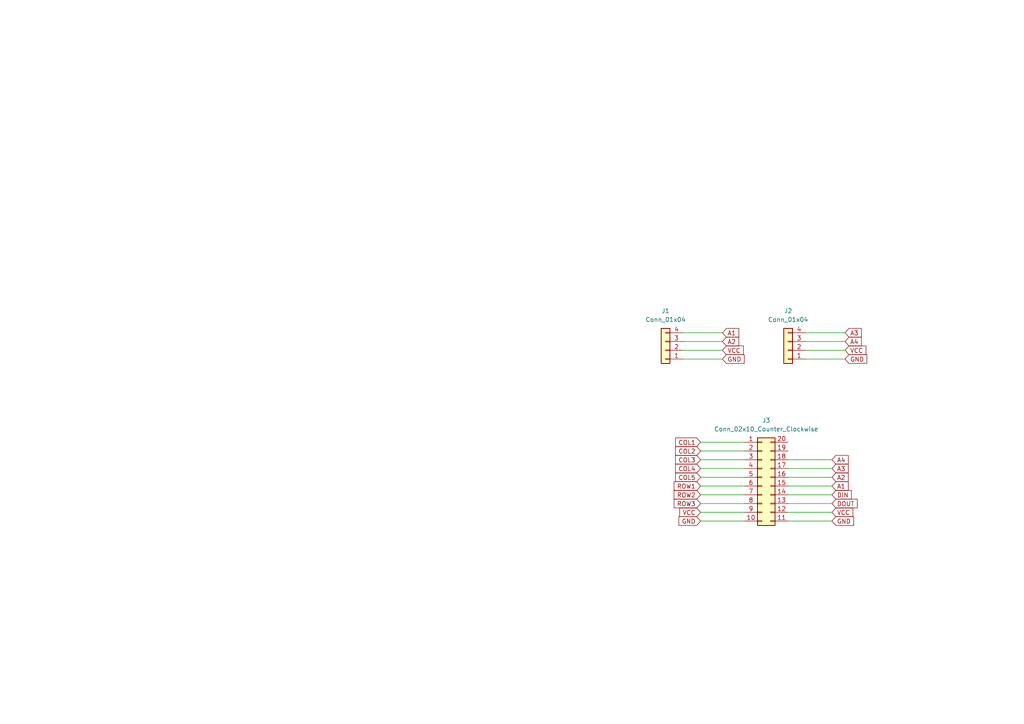
<source format=kicad_sch>
(kicad_sch (version 20250114) (generator "eeschema") (generator_version "9.0")
  (paper "A4")
  (lib_symbols
    (symbol "Connector_Generic:Conn_01x04" (pin_names (offset 1.016) (hide yes))
      (property "Reference" "J" (at 0 5.08 0))
      (property "Value" "Conn_01x04" (at 0 -7.62 0))
      (symbol "Conn_01x04_1_1"
        (rectangle (start -1.27 3.81) (end 1.27 -6.35) (stroke (width 0.254)) (fill (type background)))
        (rectangle (start -1.27 2.667) (end 0 2.413) (stroke (width 0.1524)))
        (rectangle (start -1.27 0.127) (end 0 -0.127) (stroke (width 0.1524)))
        (rectangle (start -1.27 -2.413) (end 0 -2.667) (stroke (width 0.1524)))
        (rectangle (start -1.27 -4.953) (end 0 -5.207) (stroke (width 0.1524)))
        (pin passive line (at -5.08 2.54 0) (length 3.81) (name "Pin_1") (number "1"))
        (pin passive line (at -5.08 0 0) (length 3.81) (name "Pin_2") (number "2"))
        (pin passive line (at -5.08 -2.54 0) (length 3.81) (name "Pin_3") (number "3"))
        (pin passive line (at -5.08 -5.08 0) (length 3.81) (name "Pin_4") (number "4"))
      )
    )
    (symbol "Connector_Generic:Conn_02x10_Counter_Clockwise" (pin_names (offset 1.016) (hide yes))
      (property "Reference" "J" (at 1.27 12.7 0))
      (property "Value" "Conn_02x10_Counter_Clockwise" (at 1.27 -15.24 0))
      (symbol "Conn_02x10_Counter_Clockwise_1_1"
        (rectangle (start -1.27 11.43) (end 3.81 -13.97) (stroke (width 0.254)) (fill (type background)))
        (rectangle (start -1.27 10.287) (end 0 10.033) (stroke (width 0.1524)))
        (rectangle (start -1.27 7.747) (end 0 7.493) (stroke (width 0.1524)))
        (rectangle (start -1.27 5.207) (end 0 4.953) (stroke (width 0.1524)))
        (rectangle (start -1.27 2.667) (end 0 2.413) (stroke (width 0.1524)))
        (rectangle (start -1.27 0.127) (end 0 -0.127) (stroke (width 0.1524)))
        (rectangle (start -1.27 -2.413) (end 0 -2.667) (stroke (width 0.1524)))
        (rectangle (start -1.27 -4.953) (end 0 -5.207) (stroke (width 0.1524)))
        (rectangle (start -1.27 -7.493) (end 0 -7.747) (stroke (width 0.1524)))
        (rectangle (start -1.27 -10.033) (end 0 -10.287) (stroke (width 0.1524)))
        (rectangle (start -1.27 -12.573) (end 0 -12.827) (stroke (width 0.1524)))
        (rectangle (start 3.81 10.287) (end 2.54 10.033) (stroke (width 0.1524)))
        (rectangle (start 3.81 7.747) (end 2.54 7.493) (stroke (width 0.1524)))
        (rectangle (start 3.81 5.207) (end 2.54 4.953) (stroke (width 0.1524)))
        (rectangle (start 3.81 2.667) (end 2.54 2.413) (stroke (width 0.1524)))
        (rectangle (start 3.81 0.127) (end 2.54 -0.127) (stroke (width 0.1524)))
        (rectangle (start 3.81 -2.413) (end 2.54 -2.667) (stroke (width 0.1524)))
        (rectangle (start 3.81 -4.953) (end 2.54 -5.207) (stroke (width 0.1524)))
        (rectangle (start 3.81 -7.493) (end 2.54 -7.747) (stroke (width 0.1524)))
        (rectangle (start 3.81 -10.033) (end 2.54 -10.287) (stroke (width 0.1524)))
        (rectangle (start 3.81 -12.573) (end 2.54 -12.827) (stroke (width 0.1524)))
        (pin passive line (at -5.08 10.16 0) (length 3.81) (name "Pin_1") (number "1"))
        (pin passive line (at -5.08 7.62 0) (length 3.81) (name "Pin_2") (number "2"))
        (pin passive line (at -5.08 5.08 0) (length 3.81) (name "Pin_3") (number "3"))
        (pin passive line (at -5.08 2.54 0) (length 3.81) (name "Pin_4") (number "4"))
        (pin passive line (at -5.08 0 0) (length 3.81) (name "Pin_5") (number "5"))
        (pin passive line (at -5.08 -2.54 0) (length 3.81) (name "Pin_6") (number "6"))
        (pin passive line (at -5.08 -5.08 0) (length 3.81) (name "Pin_7") (number "7"))
        (pin passive line (at -5.08 -7.62 0) (length 3.81) (name "Pin_8") (number "8"))
        (pin passive line (at -5.08 -10.16 0) (length 3.81) (name "Pin_9") (number "9"))
        (pin passive line (at -5.08 -12.7 0) (length 3.81) (name "Pin_10") (number "10"))
        (pin passive line (at 7.62 10.16 180) (length 3.81) (name "Pin_20") (number "20"))
        (pin passive line (at 7.62 7.62 180) (length 3.81) (name "Pin_19") (number "19"))
        (pin passive line (at 7.62 5.08 180) (length 3.81) (name "Pin_18") (number "18"))
        (pin passive line (at 7.62 2.54 180) (length 3.81) (name "Pin_17") (number "17"))
        (pin passive line (at 7.62 0 180) (length 3.81) (name "Pin_16") (number "16"))
        (pin passive line (at 7.62 -2.54 180) (length 3.81) (name "Pin_15") (number "15"))
        (pin passive line (at 7.62 -5.08 180) (length 3.81) (name "Pin_14") (number "14"))
        (pin passive line (at 7.62 -7.62 180) (length 3.81) (name "Pin_13") (number "13"))
        (pin passive line (at 7.62 -10.16 180) (length 3.81) (name "Pin_12") (number "12"))
        (pin passive line (at 7.62 -12.7 180) (length 3.81) (name "Pin_11") (number "11"))
      )
    )
  )
  (wire (pts (xy 198.12 96.52) (xy 209.55 96.52)))
  (wire (pts (xy 228.6 148.59) (xy 241.3 148.59)))
  (wire (pts (xy 228.6 146.05) (xy 241.3 146.05)))
  (wire (pts (xy 203.2 143.51) (xy 215.9 143.51)))
  (wire (pts (xy 233.68 104.14) (xy 245.11 104.14)))
  (wire (pts (xy 203.2 140.97) (xy 215.9 140.97)))
  (wire (pts (xy 233.68 101.6) (xy 245.11 101.6)))
  (wire (pts (xy 203.2 151.13) (xy 215.9 151.13)))
  (wire (pts (xy 228.6 135.89) (xy 241.3 135.89)))
  (wire (pts (xy 228.6 140.97) (xy 241.3 140.97)))
  (wire (pts (xy 228.6 151.13) (xy 241.3 151.13)))
  (wire (pts (xy 233.68 96.52) (xy 245.11 96.52)))
  (wire (pts (xy 228.6 143.51) (xy 241.3 143.51)))
  (wire (pts (xy 203.2 138.43) (xy 215.9 138.43)))
  (wire (pts (xy 228.6 138.43) (xy 241.3 138.43)))
  (wire (pts (xy 203.2 146.05) (xy 215.9 146.05)))
  (wire (pts (xy 203.2 128.27) (xy 215.9 128.27)))
  (wire (pts (xy 198.12 101.6) (xy 209.55 101.6)))
  (wire (pts (xy 203.2 135.89) (xy 215.9 135.89)))
  (wire (pts (xy 198.12 104.14) (xy 209.55 104.14)))
  (wire (pts (xy 203.2 148.59) (xy 215.9 148.59)))
  (wire (pts (xy 198.12 99.06) (xy 209.55 99.06)))
  (wire (pts (xy 233.68 99.06) (xy 245.11 99.06)))
  (wire (pts (xy 203.2 133.35) (xy 215.9 133.35)))
  (wire (pts (xy 228.6 133.35) (xy 241.3 133.35)))
  (wire (pts (xy 203.2 130.81) (xy 215.9 130.81)))
  (global_label "VCC" (shape input) (at 245.11 101.6 0) (property "Intersheetrefs" "${INTERSHEET_REFS}" (effects (hide yes))))
  (global_label "GND" (shape input) (at 203.2 151.13 180) (property "Intersheetrefs" "${INTERSHEET_REFS}" (effects (hide yes))))
  (global_label "A2" (shape input) (at 209.55 99.06 0) (property "Intersheetrefs" "${INTERSHEET_REFS}" (effects (hide yes))))
  (global_label "A4" (shape input) (at 245.11 99.06 0) (property "Intersheetrefs" "${INTERSHEET_REFS}" (effects (hide yes))))
  (global_label "ROW2" (shape input) (at 203.2 143.51 180) (property "Intersheetrefs" "${INTERSHEET_REFS}" (effects (hide yes))))
  (global_label "A1" (shape input) (at 241.3 140.97 0) (property "Intersheetrefs" "${INTERSHEET_REFS}" (effects (hide yes))))
  (global_label "VCC" (shape input) (at 203.2 148.59 180) (property "Intersheetrefs" "${INTERSHEET_REFS}" (effects (hide yes))))
  (global_label "COL1" (shape input) (at 203.2 128.27 180) (property "Intersheetrefs" "${INTERSHEET_REFS}" (effects (hide yes))))
  (global_label "GND" (shape input) (at 209.55 104.14 0) (property "Intersheetrefs" "${INTERSHEET_REFS}" (effects (hide yes))))
  (global_label "DOUT" (shape input) (at 241.3 146.05 0) (property "Intersheetrefs" "${INTERSHEET_REFS}" (effects (hide yes))))
  (global_label "COL2" (shape input) (at 203.2 130.81 180) (property "Intersheetrefs" "${INTERSHEET_REFS}" (effects (hide yes))))
  (global_label "VCC" (shape input) (at 241.3 148.59 0) (property "Intersheetrefs" "${INTERSHEET_REFS}" (effects (hide yes))))
  (global_label "A2" (shape input) (at 241.3 138.43 0) (property "Intersheetrefs" "${INTERSHEET_REFS}" (effects (hide yes))))
  (global_label "ROW1" (shape input) (at 203.2 140.97 180) (property "Intersheetrefs" "${INTERSHEET_REFS}" (effects (hide yes))))
  (global_label "COL4" (shape input) (at 203.2 135.89 180) (property "Intersheetrefs" "${INTERSHEET_REFS}" (effects (hide yes))))
  (global_label "COL3" (shape input) (at 203.2 133.35 180) (property "Intersheetrefs" "${INTERSHEET_REFS}" (effects (hide yes))))
  (global_label "VCC" (shape input) (at 209.55 101.6 0) (property "Intersheetrefs" "${INTERSHEET_REFS}" (effects (hide yes))))
  (global_label "A3" (shape input) (at 241.3 135.89 0) (property "Intersheetrefs" "${INTERSHEET_REFS}" (effects (hide yes))))
  (global_label "ROW3" (shape input) (at 203.2 146.05 180) (property "Intersheetrefs" "${INTERSHEET_REFS}" (effects (hide yes))))
  (global_label "A3" (shape input) (at 245.11 96.52 0) (property "Intersheetrefs" "${INTERSHEET_REFS}" (effects (hide yes))))
  (global_label "A1" (shape input) (at 209.55 96.52 0) (property "Intersheetrefs" "${INTERSHEET_REFS}" (effects (hide yes))))
  (global_label "GND" (shape input) (at 245.11 104.14 0) (property "Intersheetrefs" "${INTERSHEET_REFS}" (effects (hide yes))))
  (global_label "COL5" (shape input) (at 203.2 138.43 180) (property "Intersheetrefs" "${INTERSHEET_REFS}" (effects (hide yes))))
  (global_label "A4" (shape input) (at 241.3 133.35 0) (property "Intersheetrefs" "${INTERSHEET_REFS}" (effects (hide yes))))
  (global_label "GND" (shape input) (at 241.3 151.13 0) (property "Intersheetrefs" "${INTERSHEET_REFS}" (effects (hide yes))))
  (global_label "DIN" (shape input) (at 241.3 143.51 0) (property "Intersheetrefs" "${INTERSHEET_REFS}" (effects (hide yes))))
  (symbol (lib_id "Connector_Generic:Conn_01x04") (at 193.04 101.6 180) (unit 1)
    (property "Reference" "J1" (at 193.04 90.17 0))
    (property "Value" "Conn_01x04" (at 193.04 92.71 0))
    (property "Description" "Generic connector, single row, 01x04, script generated (kicad-library-utils/schlib/autogen/connector/)" (effects (hide yes)))
  )
  (symbol (lib_id "Connector_Generic:Conn_02x10_Counter_Clockwise") (at 220.98 138.43 0) (unit 1)
    (property "Reference" "J3" (at 222.25 121.92 0))
    (property "Value" "Conn_02x10_Counter_Clockwise" (at 222.25 124.46 0))
    (property "Footprint" "Connector_PinHeader_2.54mm:PinHeader_2x10_P2.54mm_Vertical" (effects (hide yes)))
    (property "Description" "Generic connector, double row, 02x10, counter clockwise pin numbering scheme (similar to DIP package numbering), script generated (kicad-library-utils/schlib/autogen/connector/)" (effects (hide yes)))
  )
  (symbol (lib_id "Connector_Generic:Conn_01x04") (at 228.6 101.6 180) (unit 1)
    (property "Reference" "J2" (at 228.6 90.17 0))
    (property "Value" "Conn_01x04" (at 228.6 92.71 0))
    (property "Description" "Generic connector, single row, 01x04, script generated (kicad-library-utils/schlib/autogen/connector/)" (effects (hide yes)))
  )
)
</source>
